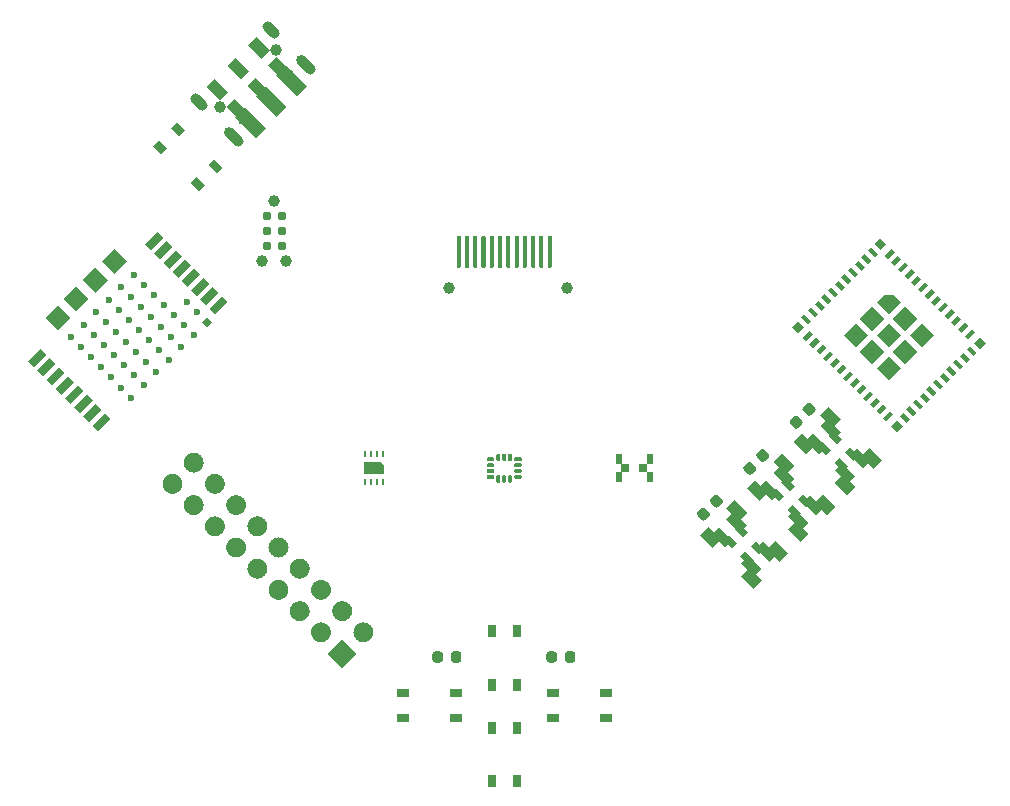
<source format=gts>
G04 #@! TF.GenerationSoftware,KiCad,Pcbnew,7.0.8-7.0.8~ubuntu23.04.1*
G04 #@! TF.CreationDate,2023-11-14T21:47:51+00:00*
G04 #@! TF.ProjectId,demo-badge-2023,64656d6f-2d62-4616-9467-652d32303233,1*
G04 #@! TF.SameCoordinates,Original*
G04 #@! TF.FileFunction,Soldermask,Top*
G04 #@! TF.FilePolarity,Negative*
%FSLAX46Y46*%
G04 Gerber Fmt 4.6, Leading zero omitted, Abs format (unit mm)*
G04 Created by KiCad (PCBNEW 7.0.8-7.0.8~ubuntu23.04.1) date 2023-11-14 21:47:51*
%MOMM*%
%LPD*%
G01*
G04 APERTURE LIST*
%ADD10R,0.711200X0.990600*%
%ADD11R,0.558800X0.889000*%
%ADD12C,1.000000*%
%ADD13R,0.800000X0.800000*%
%ADD14R,0.990600X0.711200*%
%ADD15C,0.600000*%
%ADD16C,0.990600*%
%ADD17C,0.787400*%
%ADD18C,0.900000*%
%ADD19R,0.250000X0.550000*%
G04 APERTURE END LIST*
G36*
G01*
X152025429Y-100648617D02*
X152378983Y-101002171D01*
G75*
G02*
X152378983Y-101320369I-159099J-159099D01*
G01*
X152060785Y-101638567D01*
G75*
G02*
X151742587Y-101638567I-159099J159099D01*
G01*
X151389033Y-101285013D01*
G75*
G02*
X151389033Y-100966815I159099J159099D01*
G01*
X151707231Y-100648617D01*
G75*
G02*
X152025429Y-100648617I159099J-159099D01*
G01*
G37*
G36*
G01*
X150929413Y-101744633D02*
X151282967Y-102098187D01*
G75*
G02*
X151282967Y-102416385I-159099J-159099D01*
G01*
X150964769Y-102734583D01*
G75*
G02*
X150646571Y-102734583I-159099J159099D01*
G01*
X150293017Y-102381029D01*
G75*
G02*
X150293017Y-102062831I159099J159099D01*
G01*
X150611215Y-101744633D01*
G75*
G02*
X150929413Y-101744633I159099J-159099D01*
G01*
G37*
G36*
X161361949Y-84366140D02*
G01*
X160796264Y-83800455D01*
X161079107Y-83517612D01*
X161644792Y-84083297D01*
X161361949Y-84366140D01*
G37*
G36*
X160796264Y-84931825D02*
G01*
X160230579Y-84366140D01*
X160513422Y-84083297D01*
X161079107Y-84648982D01*
X160796264Y-84931825D01*
G37*
G36*
X160230578Y-85497511D02*
G01*
X159664893Y-84931826D01*
X159947736Y-84648983D01*
X160513421Y-85214668D01*
X160230578Y-85497511D01*
G37*
G36*
X159664893Y-86063196D02*
G01*
X159099208Y-85497511D01*
X159382051Y-85214668D01*
X159947736Y-85780353D01*
X159664893Y-86063196D01*
G37*
G36*
X159099207Y-86628882D02*
G01*
X158533522Y-86063197D01*
X158816365Y-85780354D01*
X159382050Y-86346039D01*
X159099207Y-86628882D01*
G37*
G36*
X158533522Y-87194567D02*
G01*
X157967837Y-86628882D01*
X158250680Y-86346039D01*
X158816365Y-86911724D01*
X158533522Y-87194567D01*
G37*
G36*
X157967837Y-87760252D02*
G01*
X157402152Y-87194567D01*
X157684995Y-86911724D01*
X158250680Y-87477409D01*
X157967837Y-87760252D01*
G37*
G36*
X157402151Y-88325938D02*
G01*
X156836466Y-87760253D01*
X157119309Y-87477410D01*
X157684994Y-88043095D01*
X157402151Y-88325938D01*
G37*
G36*
X156836466Y-88891623D02*
G01*
X156270781Y-88325938D01*
X156553624Y-88043095D01*
X157119309Y-88608780D01*
X156836466Y-88891623D01*
G37*
G36*
X156270780Y-89457309D02*
G01*
X155705095Y-88891624D01*
X155987938Y-88608781D01*
X156553623Y-89174466D01*
X156270780Y-89457309D01*
G37*
G36*
X155705095Y-90022994D02*
G01*
X155139410Y-89457309D01*
X155422253Y-89174466D01*
X155987938Y-89740151D01*
X155705095Y-90022994D01*
G37*
G36*
X155280831Y-91154365D02*
G01*
X155846516Y-90588680D01*
X156129359Y-90871523D01*
X155563674Y-91437208D01*
X155280831Y-91154365D01*
G37*
G36*
X155846517Y-91720050D02*
G01*
X156412202Y-91154365D01*
X156695045Y-91437208D01*
X156129360Y-92002893D01*
X155846517Y-91720050D01*
G37*
G36*
X156412202Y-92285736D02*
G01*
X156977887Y-91720051D01*
X157260730Y-92002894D01*
X156695045Y-92568579D01*
X156412202Y-92285736D01*
G37*
G36*
X156977887Y-92851421D02*
G01*
X157543572Y-92285736D01*
X157826415Y-92568579D01*
X157260730Y-93134264D01*
X156977887Y-92851421D01*
G37*
G36*
X157543573Y-93417106D02*
G01*
X158109258Y-92851421D01*
X158392101Y-93134264D01*
X157826416Y-93699949D01*
X157543573Y-93417106D01*
G37*
G36*
X158109258Y-93982792D02*
G01*
X158674943Y-93417107D01*
X158957786Y-93699950D01*
X158392101Y-94265635D01*
X158109258Y-93982792D01*
G37*
G36*
X158674944Y-94548477D02*
G01*
X159240629Y-93982792D01*
X159523472Y-94265635D01*
X158957787Y-94831320D01*
X158674944Y-94548477D01*
G37*
G36*
X159240629Y-95114163D02*
G01*
X159806314Y-94548478D01*
X160089157Y-94831321D01*
X159523472Y-95397006D01*
X159240629Y-95114163D01*
G37*
G36*
X159806315Y-95679848D02*
G01*
X160372000Y-95114163D01*
X160654843Y-95397006D01*
X160089158Y-95962691D01*
X159806315Y-95679848D01*
G37*
G36*
X160372000Y-96245534D02*
G01*
X160937685Y-95679849D01*
X161220528Y-95962692D01*
X160654843Y-96528377D01*
X160372000Y-96245534D01*
G37*
G36*
X160937685Y-96811219D02*
G01*
X161503370Y-96245534D01*
X161786213Y-96528377D01*
X161220528Y-97094062D01*
X160937685Y-96811219D01*
G37*
G36*
X161503371Y-97376904D02*
G01*
X162069056Y-96811219D01*
X162351899Y-97094062D01*
X161786214Y-97659747D01*
X161503371Y-97376904D01*
G37*
G36*
X162069056Y-97942590D02*
G01*
X162634741Y-97376905D01*
X162917584Y-97659748D01*
X162351899Y-98225433D01*
X162069056Y-97942590D01*
G37*
G36*
X164048955Y-98366854D02*
G01*
X163483270Y-97801169D01*
X163766113Y-97518326D01*
X164331798Y-98084011D01*
X164048955Y-98366854D01*
G37*
G36*
X164614640Y-97801169D02*
G01*
X164048955Y-97235484D01*
X164331798Y-96952641D01*
X164897483Y-97518326D01*
X164614640Y-97801169D01*
G37*
G36*
X165180326Y-97235483D02*
G01*
X164614641Y-96669798D01*
X164897484Y-96386955D01*
X165463169Y-96952640D01*
X165180326Y-97235483D01*
G37*
G36*
X165746011Y-96669798D02*
G01*
X165180326Y-96104113D01*
X165463169Y-95821270D01*
X166028854Y-96386955D01*
X165746011Y-96669798D01*
G37*
G36*
X166311697Y-96104112D02*
G01*
X165746012Y-95538427D01*
X166028855Y-95255584D01*
X166594540Y-95821269D01*
X166311697Y-96104112D01*
G37*
G36*
X166877382Y-95538427D02*
G01*
X166311697Y-94972742D01*
X166594540Y-94689899D01*
X167160225Y-95255584D01*
X166877382Y-95538427D01*
G37*
G36*
X167443067Y-94972742D02*
G01*
X166877382Y-94407057D01*
X167160225Y-94124214D01*
X167725910Y-94689899D01*
X167443067Y-94972742D01*
G37*
G36*
X168008753Y-94407056D02*
G01*
X167443068Y-93841371D01*
X167725911Y-93558528D01*
X168291596Y-94124213D01*
X168008753Y-94407056D01*
G37*
G36*
X168574438Y-93841371D02*
G01*
X168008753Y-93275686D01*
X168291596Y-92992843D01*
X168857281Y-93558528D01*
X168574438Y-93841371D01*
G37*
G36*
X169140124Y-93275685D02*
G01*
X168574439Y-92710000D01*
X168857282Y-92427157D01*
X169422967Y-92992842D01*
X169140124Y-93275685D01*
G37*
G36*
X169705809Y-92710000D02*
G01*
X169140124Y-92144315D01*
X169422967Y-91861472D01*
X169988652Y-92427157D01*
X169705809Y-92710000D01*
G37*
G36*
X161856924Y-83729744D02*
G01*
X161361949Y-83234769D01*
X161856924Y-82739794D01*
X162351899Y-83234769D01*
X161856924Y-83729744D01*
G37*
G36*
X154856567Y-90730101D02*
G01*
X154361592Y-90235126D01*
X154856567Y-89740151D01*
X155351542Y-90235126D01*
X154856567Y-90730101D01*
G37*
G36*
X162210478Y-84224718D02*
G01*
X162776163Y-83659033D01*
X163059006Y-83941876D01*
X162493321Y-84507561D01*
X162210478Y-84224718D01*
G37*
G36*
X162776163Y-84790404D02*
G01*
X163341848Y-84224719D01*
X163624691Y-84507562D01*
X163059006Y-85073247D01*
X162776163Y-84790404D01*
G37*
G36*
X163341849Y-85356089D02*
G01*
X163907534Y-84790404D01*
X164190377Y-85073247D01*
X163624692Y-85638932D01*
X163341849Y-85356089D01*
G37*
G36*
X163907534Y-85921774D02*
G01*
X164473219Y-85356089D01*
X164756062Y-85638932D01*
X164190377Y-86204617D01*
X163907534Y-85921774D01*
G37*
G36*
X162564031Y-89174466D02*
G01*
X161538726Y-88149161D01*
X162139767Y-87548120D01*
X162988295Y-87548120D01*
X163589336Y-88149161D01*
X162564031Y-89174466D01*
G37*
G36*
X161167495Y-90571002D02*
G01*
X160142190Y-89545697D01*
X161167495Y-88520392D01*
X162192800Y-89545697D01*
X161167495Y-90571002D01*
G37*
G36*
X159770959Y-91967538D02*
G01*
X158745654Y-90942233D01*
X159770959Y-89916928D01*
X160796264Y-90942233D01*
X159770959Y-91967538D01*
G37*
G36*
X164473219Y-86487460D02*
G01*
X165038904Y-85921775D01*
X165321747Y-86204618D01*
X164756062Y-86770303D01*
X164473219Y-86487460D01*
G37*
G36*
X165038905Y-87053145D02*
G01*
X165604590Y-86487460D01*
X165887433Y-86770303D01*
X165321748Y-87335988D01*
X165038905Y-87053145D01*
G37*
G36*
X165604590Y-87618831D02*
G01*
X166170275Y-87053146D01*
X166453118Y-87335989D01*
X165887433Y-87901674D01*
X165604590Y-87618831D01*
G37*
G36*
X163960567Y-90571002D02*
G01*
X162935262Y-89545697D01*
X163960567Y-88520392D01*
X164985872Y-89545697D01*
X163960567Y-90571002D01*
G37*
G36*
X162564031Y-91967538D02*
G01*
X161538726Y-90942233D01*
X162564031Y-89916928D01*
X163589336Y-90942233D01*
X162564031Y-91967538D01*
G37*
G36*
X161167495Y-93364074D02*
G01*
X160142190Y-92338769D01*
X161167495Y-91313464D01*
X162192800Y-92338769D01*
X161167495Y-93364074D01*
G37*
G36*
X166170276Y-88184516D02*
G01*
X166735961Y-87618831D01*
X167018804Y-87901674D01*
X166453119Y-88467359D01*
X166170276Y-88184516D01*
G37*
G36*
X166735961Y-88750202D02*
G01*
X167301646Y-88184517D01*
X167584489Y-88467360D01*
X167018804Y-89033045D01*
X166735961Y-88750202D01*
G37*
G36*
X165357103Y-91967538D02*
G01*
X164331798Y-90942233D01*
X165357103Y-89916928D01*
X166382408Y-90942233D01*
X165357103Y-91967538D01*
G37*
G36*
X163960567Y-93364074D02*
G01*
X162935262Y-92338769D01*
X163960567Y-91313464D01*
X164985872Y-92338769D01*
X163960567Y-93364074D01*
G37*
G36*
X162564031Y-94760610D02*
G01*
X161538726Y-93735305D01*
X162564031Y-92710000D01*
X163589336Y-93735305D01*
X162564031Y-94760610D01*
G37*
G36*
X167301647Y-89315887D02*
G01*
X167867332Y-88750202D01*
X168150175Y-89033045D01*
X167584490Y-89598730D01*
X167301647Y-89315887D01*
G37*
G36*
X167867332Y-89881572D02*
G01*
X168433017Y-89315887D01*
X168715860Y-89598730D01*
X168150175Y-90164415D01*
X167867332Y-89881572D01*
G37*
G36*
X168433017Y-90447258D02*
G01*
X168998702Y-89881573D01*
X169281545Y-90164416D01*
X168715860Y-90730101D01*
X168433017Y-90447258D01*
G37*
G36*
X168998703Y-91012943D02*
G01*
X169564388Y-90447258D01*
X169847231Y-90730101D01*
X169281546Y-91295786D01*
X168998703Y-91012943D01*
G37*
G36*
X170271495Y-92144315D02*
G01*
X169776520Y-91649340D01*
X170271495Y-91154365D01*
X170766470Y-91649340D01*
X170271495Y-92144315D01*
G37*
G36*
X163271138Y-99144672D02*
G01*
X162776163Y-98649697D01*
X163271138Y-98154722D01*
X163766113Y-98649697D01*
X163271138Y-99144672D01*
G37*
G36*
X104629367Y-78279513D02*
G01*
X104126473Y-78782407D01*
X103426013Y-78081947D01*
X103928907Y-77579053D01*
X104629367Y-78279513D01*
G37*
G36*
X101447385Y-75097531D02*
G01*
X100944491Y-75600425D01*
X100244031Y-74899965D01*
X100746925Y-74397071D01*
X101447385Y-75097531D01*
G37*
G36*
X106149645Y-76759235D02*
G01*
X105646751Y-77262129D01*
X104946291Y-76561669D01*
X105449185Y-76058775D01*
X106149645Y-76759235D01*
G37*
G36*
X102967663Y-73577253D02*
G01*
X102464769Y-74080147D01*
X101764309Y-73379687D01*
X102267203Y-72876793D01*
X102967663Y-73577253D01*
G37*
D10*
X128925001Y-128697341D03*
X128925001Y-124197339D03*
X131074999Y-128697341D03*
X131074999Y-124197339D03*
G36*
G01*
X126373700Y-117945350D02*
X126373700Y-118457850D01*
G75*
G02*
X126154950Y-118676600I-218750J0D01*
G01*
X125717450Y-118676600D01*
G75*
G02*
X125498700Y-118457850I0J218750D01*
G01*
X125498700Y-117945350D01*
G75*
G02*
X125717450Y-117726600I218750J0D01*
G01*
X126154950Y-117726600D01*
G75*
G02*
X126373700Y-117945350I0J-218750D01*
G01*
G37*
G36*
G01*
X124798700Y-117945350D02*
X124798700Y-118457850D01*
G75*
G02*
X124579950Y-118676600I-218750J0D01*
G01*
X124142450Y-118676600D01*
G75*
G02*
X123923700Y-118457850I0J218750D01*
G01*
X123923700Y-117945350D01*
G75*
G02*
X124142450Y-117726600I218750J0D01*
G01*
X124579950Y-117726600D01*
G75*
G02*
X124798700Y-117945350I0J-218750D01*
G01*
G37*
G36*
X150583860Y-105972754D02*
G01*
X149876754Y-106679860D01*
X148816094Y-105619200D01*
X149523200Y-104912094D01*
X150583860Y-105972754D01*
G37*
G36*
X148816094Y-106538439D02*
G01*
X149417135Y-105937398D01*
X150548506Y-107068769D01*
X149947465Y-107669810D01*
X148816094Y-106538439D01*
G37*
G36*
X149487846Y-107351612D02*
G01*
X149912110Y-106927348D01*
X150619216Y-107634454D01*
X150194952Y-108058718D01*
X149487846Y-107351612D01*
G37*
G36*
X148321119Y-108235495D02*
G01*
X147614013Y-108942601D01*
X146553353Y-107881941D01*
X147260459Y-107174835D01*
X148321119Y-108235495D01*
G37*
G36*
X147578657Y-107775876D02*
G01*
X148179698Y-107174835D01*
X149311069Y-108306206D01*
X148710028Y-108907247D01*
X147578657Y-107775876D01*
G37*
G36*
X148568607Y-108270851D02*
G01*
X148992871Y-107846587D01*
X149699977Y-108553693D01*
X149275713Y-108977957D01*
X148568607Y-108270851D01*
G37*
G36*
X149982820Y-109685064D02*
G01*
X150407084Y-109260800D01*
X151114190Y-109967906D01*
X150689926Y-110392170D01*
X149982820Y-109685064D01*
G37*
G36*
X150053530Y-110250749D02*
G01*
X150654571Y-109649708D01*
X151785942Y-110781079D01*
X151184901Y-111382120D01*
X150053530Y-110250749D01*
G37*
G36*
X151785942Y-111700318D02*
G01*
X151078836Y-112407424D01*
X150018176Y-111346764D01*
X150725282Y-110639658D01*
X151785942Y-111700318D01*
G37*
G36*
X150902059Y-108765825D02*
G01*
X151326323Y-108341561D01*
X152033429Y-109048667D01*
X151609165Y-109472931D01*
X150902059Y-108765825D01*
G37*
G36*
X151290967Y-109013312D02*
G01*
X151892008Y-108412271D01*
X153023379Y-109543642D01*
X152422338Y-110144683D01*
X151290967Y-109013312D01*
G37*
G36*
X154048683Y-109437577D02*
G01*
X153341577Y-110144683D01*
X152280917Y-109084023D01*
X152988023Y-108376917D01*
X154048683Y-109437577D01*
G37*
D11*
X139679401Y-101466399D03*
X139679401Y-102966401D03*
X142320599Y-102966401D03*
X142320599Y-101466399D03*
D12*
X125300000Y-86998000D03*
X135300000Y-86998000D03*
G36*
G01*
X134025000Y-82610500D02*
X134025000Y-85185500D01*
G75*
G02*
X133937500Y-85273000I-87500J0D01*
G01*
X133762500Y-85273000D01*
G75*
G02*
X133675000Y-85185500I0J87500D01*
G01*
X133675000Y-82610500D01*
G75*
G02*
X133762500Y-82523000I87500J0D01*
G01*
X133937500Y-82523000D01*
G75*
G02*
X134025000Y-82610500I0J-87500D01*
G01*
G37*
G36*
G01*
X133325000Y-82610500D02*
X133325000Y-85185500D01*
G75*
G02*
X133237500Y-85273000I-87500J0D01*
G01*
X133062500Y-85273000D01*
G75*
G02*
X132975000Y-85185500I0J87500D01*
G01*
X132975000Y-82610500D01*
G75*
G02*
X133062500Y-82523000I87500J0D01*
G01*
X133237500Y-82523000D01*
G75*
G02*
X133325000Y-82610500I0J-87500D01*
G01*
G37*
G36*
G01*
X132625000Y-82610500D02*
X132625000Y-85185500D01*
G75*
G02*
X132537500Y-85273000I-87500J0D01*
G01*
X132362500Y-85273000D01*
G75*
G02*
X132275000Y-85185500I0J87500D01*
G01*
X132275000Y-82610500D01*
G75*
G02*
X132362500Y-82523000I87500J0D01*
G01*
X132537500Y-82523000D01*
G75*
G02*
X132625000Y-82610500I0J-87500D01*
G01*
G37*
G36*
G01*
X131925000Y-82610500D02*
X131925000Y-85185500D01*
G75*
G02*
X131837500Y-85273000I-87500J0D01*
G01*
X131662500Y-85273000D01*
G75*
G02*
X131575000Y-85185500I0J87500D01*
G01*
X131575000Y-82610500D01*
G75*
G02*
X131662500Y-82523000I87500J0D01*
G01*
X131837500Y-82523000D01*
G75*
G02*
X131925000Y-82610500I0J-87500D01*
G01*
G37*
G36*
G01*
X131225000Y-82610500D02*
X131225000Y-85185500D01*
G75*
G02*
X131137500Y-85273000I-87500J0D01*
G01*
X130962500Y-85273000D01*
G75*
G02*
X130875000Y-85185500I0J87500D01*
G01*
X130875000Y-82610500D01*
G75*
G02*
X130962500Y-82523000I87500J0D01*
G01*
X131137500Y-82523000D01*
G75*
G02*
X131225000Y-82610500I0J-87500D01*
G01*
G37*
G36*
G01*
X130525000Y-82610500D02*
X130525000Y-85185500D01*
G75*
G02*
X130437500Y-85273000I-87500J0D01*
G01*
X130262500Y-85273000D01*
G75*
G02*
X130175000Y-85185500I0J87500D01*
G01*
X130175000Y-82610500D01*
G75*
G02*
X130262500Y-82523000I87500J0D01*
G01*
X130437500Y-82523000D01*
G75*
G02*
X130525000Y-82610500I0J-87500D01*
G01*
G37*
G36*
G01*
X129825000Y-82610500D02*
X129825000Y-85185500D01*
G75*
G02*
X129737500Y-85273000I-87500J0D01*
G01*
X129562500Y-85273000D01*
G75*
G02*
X129475000Y-85185500I0J87500D01*
G01*
X129475000Y-82610500D01*
G75*
G02*
X129562500Y-82523000I87500J0D01*
G01*
X129737500Y-82523000D01*
G75*
G02*
X129825000Y-82610500I0J-87500D01*
G01*
G37*
G36*
G01*
X129125000Y-82610500D02*
X129125000Y-85185500D01*
G75*
G02*
X129037500Y-85273000I-87500J0D01*
G01*
X128862500Y-85273000D01*
G75*
G02*
X128775000Y-85185500I0J87500D01*
G01*
X128775000Y-82610500D01*
G75*
G02*
X128862500Y-82523000I87500J0D01*
G01*
X129037500Y-82523000D01*
G75*
G02*
X129125000Y-82610500I0J-87500D01*
G01*
G37*
G36*
G01*
X128425000Y-82610500D02*
X128425000Y-85185500D01*
G75*
G02*
X128337500Y-85273000I-87500J0D01*
G01*
X128162500Y-85273000D01*
G75*
G02*
X128075000Y-85185500I0J87500D01*
G01*
X128075000Y-82610500D01*
G75*
G02*
X128162500Y-82523000I87500J0D01*
G01*
X128337500Y-82523000D01*
G75*
G02*
X128425000Y-82610500I0J-87500D01*
G01*
G37*
G36*
G01*
X127725000Y-82610500D02*
X127725000Y-85185500D01*
G75*
G02*
X127637500Y-85273000I-87500J0D01*
G01*
X127462500Y-85273000D01*
G75*
G02*
X127375000Y-85185500I0J87500D01*
G01*
X127375000Y-82610500D01*
G75*
G02*
X127462500Y-82523000I87500J0D01*
G01*
X127637500Y-82523000D01*
G75*
G02*
X127725000Y-82610500I0J-87500D01*
G01*
G37*
G36*
G01*
X127025000Y-82610500D02*
X127025000Y-85185500D01*
G75*
G02*
X126937500Y-85273000I-87500J0D01*
G01*
X126762500Y-85273000D01*
G75*
G02*
X126675000Y-85185500I0J87500D01*
G01*
X126675000Y-82610500D01*
G75*
G02*
X126762500Y-82523000I87500J0D01*
G01*
X126937500Y-82523000D01*
G75*
G02*
X127025000Y-82610500I0J-87500D01*
G01*
G37*
G36*
G01*
X126325000Y-82610500D02*
X126325000Y-85185500D01*
G75*
G02*
X126237500Y-85273000I-87500J0D01*
G01*
X126062500Y-85273000D01*
G75*
G02*
X125975000Y-85185500I0J87500D01*
G01*
X125975000Y-82610500D01*
G75*
G02*
X126062500Y-82523000I87500J0D01*
G01*
X126237500Y-82523000D01*
G75*
G02*
X126325000Y-82610500I0J-87500D01*
G01*
G37*
G36*
X154563136Y-102024264D02*
G01*
X153856030Y-102731370D01*
X152795370Y-101670710D01*
X153502476Y-100963604D01*
X154563136Y-102024264D01*
G37*
G36*
X152795370Y-102589949D02*
G01*
X153396411Y-101988908D01*
X154527782Y-103120279D01*
X153926741Y-103721320D01*
X152795370Y-102589949D01*
G37*
G36*
X153467122Y-103403122D02*
G01*
X153891386Y-102978858D01*
X154598492Y-103685964D01*
X154174228Y-104110228D01*
X153467122Y-103403122D01*
G37*
G36*
X152300395Y-104287005D02*
G01*
X151593289Y-104994111D01*
X150532629Y-103933451D01*
X151239735Y-103226345D01*
X152300395Y-104287005D01*
G37*
G36*
X151557933Y-103827386D02*
G01*
X152158974Y-103226345D01*
X153290345Y-104357716D01*
X152689304Y-104958757D01*
X151557933Y-103827386D01*
G37*
G36*
X152547883Y-104322361D02*
G01*
X152972147Y-103898097D01*
X153679253Y-104605203D01*
X153254989Y-105029467D01*
X152547883Y-104322361D01*
G37*
G36*
X153962096Y-105736574D02*
G01*
X154386360Y-105312310D01*
X155093466Y-106019416D01*
X154669202Y-106443680D01*
X153962096Y-105736574D01*
G37*
G36*
X154032806Y-106302259D02*
G01*
X154633847Y-105701218D01*
X155765218Y-106832589D01*
X155164177Y-107433630D01*
X154032806Y-106302259D01*
G37*
G36*
X155765218Y-107751828D02*
G01*
X155058112Y-108458934D01*
X153997452Y-107398274D01*
X154704558Y-106691168D01*
X155765218Y-107751828D01*
G37*
G36*
X154881335Y-104817335D02*
G01*
X155305599Y-104393071D01*
X156012705Y-105100177D01*
X155588441Y-105524441D01*
X154881335Y-104817335D01*
G37*
G36*
X155270243Y-105064822D02*
G01*
X155871284Y-104463781D01*
X157002655Y-105595152D01*
X156401614Y-106196193D01*
X155270243Y-105064822D01*
G37*
G36*
X158027959Y-105489087D02*
G01*
X157320853Y-106196193D01*
X156260193Y-105135533D01*
X156967299Y-104428427D01*
X158027959Y-105489087D01*
G37*
D13*
X141750000Y-102216400D03*
X140250000Y-102216400D03*
G36*
G01*
X148113829Y-104509417D02*
X148467383Y-104862971D01*
G75*
G02*
X148467383Y-105181169I-159099J-159099D01*
G01*
X148149185Y-105499367D01*
G75*
G02*
X147830987Y-105499367I-159099J159099D01*
G01*
X147477433Y-105145813D01*
G75*
G02*
X147477433Y-104827615I159099J159099D01*
G01*
X147795631Y-104509417D01*
G75*
G02*
X148113829Y-104509417I159099J-159099D01*
G01*
G37*
G36*
G01*
X147017813Y-105605433D02*
X147371367Y-105958987D01*
G75*
G02*
X147371367Y-106277185I-159099J-159099D01*
G01*
X147053169Y-106595383D01*
G75*
G02*
X146734971Y-106595383I-159099J159099D01*
G01*
X146381417Y-106241829D01*
G75*
G02*
X146381417Y-105923631I159099J159099D01*
G01*
X146699615Y-105605433D01*
G75*
G02*
X147017813Y-105605433I159099J-159099D01*
G01*
G37*
G36*
X158536201Y-98071213D02*
G01*
X157829095Y-98778319D01*
X156768435Y-97717659D01*
X157475541Y-97010553D01*
X158536201Y-98071213D01*
G37*
G36*
X156768435Y-98636898D02*
G01*
X157369476Y-98035857D01*
X158500847Y-99167228D01*
X157899806Y-99768269D01*
X156768435Y-98636898D01*
G37*
G36*
X157440187Y-99450071D02*
G01*
X157864451Y-99025807D01*
X158571557Y-99732913D01*
X158147293Y-100157177D01*
X157440187Y-99450071D01*
G37*
G36*
X156273460Y-100333954D02*
G01*
X155566354Y-101041060D01*
X154505694Y-99980400D01*
X155212800Y-99273294D01*
X156273460Y-100333954D01*
G37*
G36*
X155530998Y-99874335D02*
G01*
X156132039Y-99273294D01*
X157263410Y-100404665D01*
X156662369Y-101005706D01*
X155530998Y-99874335D01*
G37*
G36*
X156520948Y-100369310D02*
G01*
X156945212Y-99945046D01*
X157652318Y-100652152D01*
X157228054Y-101076416D01*
X156520948Y-100369310D01*
G37*
G36*
X157935161Y-101783523D02*
G01*
X158359425Y-101359259D01*
X159066531Y-102066365D01*
X158642267Y-102490629D01*
X157935161Y-101783523D01*
G37*
G36*
X158005871Y-102349208D02*
G01*
X158606912Y-101748167D01*
X159738283Y-102879538D01*
X159137242Y-103480579D01*
X158005871Y-102349208D01*
G37*
G36*
X159738283Y-103798777D02*
G01*
X159031177Y-104505883D01*
X157970517Y-103445223D01*
X158677623Y-102738117D01*
X159738283Y-103798777D01*
G37*
G36*
X158854400Y-100864284D02*
G01*
X159278664Y-100440020D01*
X159985770Y-101147126D01*
X159561506Y-101571390D01*
X158854400Y-100864284D01*
G37*
G36*
X159243308Y-101111771D02*
G01*
X159844349Y-100510730D01*
X160975720Y-101642101D01*
X160374679Y-102243142D01*
X159243308Y-101111771D01*
G37*
G36*
X162001024Y-101536036D02*
G01*
X161293918Y-102243142D01*
X160233258Y-101182482D01*
X160940364Y-100475376D01*
X162001024Y-101536036D01*
G37*
G36*
G01*
X133575700Y-118457850D02*
X133575700Y-117945350D01*
G75*
G02*
X133794450Y-117726600I218750J0D01*
G01*
X134231950Y-117726600D01*
G75*
G02*
X134450700Y-117945350I0J-218750D01*
G01*
X134450700Y-118457850D01*
G75*
G02*
X134231950Y-118676600I-218750J0D01*
G01*
X133794450Y-118676600D01*
G75*
G02*
X133575700Y-118457850I0J218750D01*
G01*
G37*
G36*
G01*
X135150700Y-118457850D02*
X135150700Y-117945350D01*
G75*
G02*
X135369450Y-117726600I218750J0D01*
G01*
X135806950Y-117726600D01*
G75*
G02*
X136025700Y-117945350I0J-218750D01*
G01*
X136025700Y-118457850D01*
G75*
G02*
X135806950Y-118676600I-218750J0D01*
G01*
X135369450Y-118676600D01*
G75*
G02*
X135150700Y-118457850I0J218750D01*
G01*
G37*
D14*
X121399999Y-121249342D03*
X125900001Y-121249342D03*
X121399999Y-123399340D03*
X125900001Y-123399340D03*
D10*
X128925001Y-120533342D03*
X128925001Y-116033340D03*
X131074999Y-120533342D03*
X131074999Y-116033340D03*
G36*
X90761322Y-92098662D02*
G01*
X91256296Y-92593636D01*
X90195636Y-93654296D01*
X89700662Y-93159322D01*
X90761322Y-92098662D01*
G37*
G36*
X90973326Y-94431986D02*
G01*
X90478352Y-93937012D01*
X91539012Y-92876352D01*
X92033986Y-93371326D01*
X90973326Y-94431986D01*
G37*
G36*
X91751016Y-95209676D02*
G01*
X91256042Y-94714702D01*
X92316702Y-93654042D01*
X92811676Y-94149016D01*
X91751016Y-95209676D01*
G37*
G36*
X92528706Y-95987366D02*
G01*
X92033732Y-95492392D01*
X93094392Y-94431732D01*
X93589366Y-94926706D01*
X92528706Y-95987366D01*
G37*
G36*
X93305887Y-96764547D02*
G01*
X92810913Y-96269573D01*
X93871573Y-95208913D01*
X94366547Y-95703887D01*
X93305887Y-96764547D01*
G37*
G36*
X94084086Y-97542746D02*
G01*
X93589112Y-97047772D01*
X94649772Y-95987112D01*
X95144746Y-96482086D01*
X94084086Y-97542746D01*
G37*
G36*
X94861777Y-98320437D02*
G01*
X94366803Y-97825463D01*
X95427463Y-96764803D01*
X95922437Y-97259777D01*
X94861777Y-98320437D01*
G37*
G36*
X95639467Y-99098127D02*
G01*
X95144493Y-98603153D01*
X96205153Y-97542493D01*
X96700127Y-98037467D01*
X95639467Y-99098127D01*
G37*
G36*
X105538962Y-89198632D02*
G01*
X105043988Y-88703658D01*
X106104648Y-87642998D01*
X106599622Y-88137972D01*
X105538962Y-89198632D01*
G37*
G36*
X104761272Y-88420942D02*
G01*
X104266298Y-87925968D01*
X105326958Y-86865308D01*
X105821932Y-87360282D01*
X104761272Y-88420942D01*
G37*
G36*
X103983581Y-87643252D02*
G01*
X103488607Y-87148278D01*
X104549267Y-86087618D01*
X105044241Y-86582592D01*
X103983581Y-87643252D01*
G37*
G36*
X103205382Y-86865052D02*
G01*
X102710408Y-86370078D01*
X103771068Y-85309418D01*
X104266042Y-85804392D01*
X103205382Y-86865052D01*
G37*
G36*
X102428201Y-86087871D02*
G01*
X101933227Y-85592897D01*
X102993887Y-84532237D01*
X103488861Y-85027211D01*
X102428201Y-86087871D01*
G37*
G36*
X101650511Y-85310181D02*
G01*
X101155537Y-84815207D01*
X102216197Y-83754547D01*
X102711171Y-84249521D01*
X101650511Y-85310181D01*
G37*
G36*
X100872821Y-84532491D02*
G01*
X100377847Y-84037517D01*
X101438507Y-82976857D01*
X101933481Y-83471831D01*
X100872821Y-84532491D01*
G37*
G36*
X100095130Y-83754801D02*
G01*
X99600156Y-83259827D01*
X100660816Y-82199167D01*
X101155790Y-82694141D01*
X100095130Y-83754801D01*
G37*
D15*
X94401903Y-90082389D03*
X95250431Y-90930917D03*
X96098959Y-91779445D03*
X96947487Y-92627973D03*
X97796016Y-93476501D03*
X98644544Y-94325029D03*
X99493072Y-95173557D03*
X95462563Y-89021728D03*
X96311091Y-89870257D03*
X97159619Y-90718785D03*
X98008148Y-91567313D03*
X98856676Y-92415841D03*
X99705204Y-93264369D03*
X100553732Y-94112897D03*
X96523223Y-87961068D03*
X97371751Y-88809596D03*
X98220280Y-89658124D03*
X99068808Y-90506653D03*
X99917336Y-91355181D03*
X100765864Y-92203709D03*
X101614392Y-93052237D03*
X97583883Y-86900408D03*
X98432412Y-87748936D03*
X99280940Y-88597464D03*
X100129468Y-89445992D03*
X100977996Y-90294521D03*
X101826524Y-91143049D03*
X102675052Y-91991577D03*
X98644544Y-85839748D03*
X99493072Y-86688276D03*
X100341600Y-87536804D03*
X101190128Y-88385332D03*
X102038656Y-89233860D03*
X102887184Y-90082389D03*
X103735712Y-90930917D03*
G36*
X92192194Y-90524330D02*
G01*
X91131534Y-89463670D01*
X92192194Y-88403010D01*
X93252854Y-89463670D01*
X92192194Y-90524330D01*
G37*
G36*
X93783185Y-88933340D02*
G01*
X92722525Y-87872680D01*
X93783185Y-86812020D01*
X94843845Y-87872680D01*
X93783185Y-88933340D01*
G37*
G36*
X95374175Y-87342350D02*
G01*
X94313515Y-86281690D01*
X95374175Y-85221030D01*
X96434835Y-86281690D01*
X95374175Y-87342350D01*
G37*
G36*
X96965165Y-85751359D02*
G01*
X95904505Y-84690699D01*
X96965165Y-83630039D01*
X98025825Y-84690699D01*
X96965165Y-85751359D01*
G37*
X103099316Y-88173200D03*
X103947845Y-89021728D03*
G36*
X104796373Y-90294521D02*
G01*
X104372109Y-89870257D01*
X104796373Y-89445993D01*
X105220637Y-89870257D01*
X104796373Y-90294521D01*
G37*
X93341243Y-91143049D03*
X94189771Y-91991577D03*
X95038299Y-92840105D03*
X95886827Y-93688633D03*
X96735355Y-94537161D03*
X97583883Y-95385689D03*
X98432412Y-96234218D03*
D16*
X110516000Y-79568000D03*
X111532000Y-84648000D03*
X109500000Y-84648000D03*
D17*
X109881000Y-80838000D03*
X111151000Y-80838000D03*
X109881000Y-82108000D03*
X111151000Y-82108000D03*
X109881000Y-83378000D03*
X111151000Y-83378000D03*
D18*
X110712563Y-66826237D03*
X105904237Y-71634563D03*
G36*
X110005456Y-68099029D02*
G01*
X110712563Y-67391922D01*
X111843934Y-68523293D01*
X111136827Y-69230400D01*
X110005456Y-68099029D01*
G37*
G36*
X108237689Y-69866796D02*
G01*
X108944796Y-69159689D01*
X110076167Y-70291060D01*
X109369060Y-70998167D01*
X108237689Y-69866796D01*
G37*
G36*
X106469922Y-71634563D02*
G01*
X107177029Y-70927456D01*
X108308400Y-72058827D01*
X107601293Y-72765934D01*
X106469922Y-71634563D01*
G37*
G36*
X108308400Y-66401973D02*
G01*
X109015507Y-65694866D01*
X110146878Y-66826237D01*
X109439771Y-67533344D01*
X108308400Y-66401973D01*
G37*
G36*
X106540633Y-68169740D02*
G01*
X107247740Y-67462633D01*
X108379111Y-68594004D01*
X107672004Y-69301111D01*
X106540633Y-68169740D01*
G37*
G36*
X104772866Y-69937507D02*
G01*
X105479973Y-69230400D01*
X106611344Y-70361771D01*
X105904237Y-71068878D01*
X104772866Y-69937507D01*
G37*
D12*
X110713586Y-66822326D03*
X105905260Y-71630652D03*
G36*
X111562115Y-68095118D02*
G01*
X113329882Y-69862885D01*
X112481353Y-70711414D01*
X110713586Y-68943647D01*
X111562115Y-68095118D01*
G37*
G36*
X109794348Y-69862885D02*
G01*
X111562115Y-71630652D01*
X110713586Y-72479181D01*
X108945819Y-70711414D01*
X109794348Y-69862885D01*
G37*
G36*
X108026581Y-71630652D02*
G01*
X109794348Y-73398419D01*
X108945819Y-74246948D01*
X107178052Y-72479181D01*
X108026581Y-71630652D01*
G37*
G36*
G01*
X155937029Y-96737017D02*
X156290583Y-97090571D01*
G75*
G02*
X156290583Y-97408769I-159099J-159099D01*
G01*
X155972385Y-97726967D01*
G75*
G02*
X155654187Y-97726967I-159099J159099D01*
G01*
X155300633Y-97373413D01*
G75*
G02*
X155300633Y-97055215I159099J159099D01*
G01*
X155618831Y-96737017D01*
G75*
G02*
X155937029Y-96737017I159099J-159099D01*
G01*
G37*
G36*
G01*
X154841013Y-97833033D02*
X155194567Y-98186587D01*
G75*
G02*
X155194567Y-98504785I-159099J-159099D01*
G01*
X154876369Y-98822983D01*
G75*
G02*
X154558171Y-98822983I-159099J159099D01*
G01*
X154204617Y-98469429D01*
G75*
G02*
X154204617Y-98151231I159099J159099D01*
G01*
X154522815Y-97833033D01*
G75*
G02*
X154841013Y-97833033I159099J-159099D01*
G01*
G37*
D14*
X134099999Y-121249342D03*
X138600001Y-121249342D03*
X134099999Y-123399340D03*
X138600001Y-123399340D03*
D19*
X119750000Y-101041400D03*
X119250000Y-101041400D03*
X118750000Y-101041400D03*
X118250000Y-101041400D03*
X118250000Y-103391400D03*
X118750000Y-103391400D03*
X119250000Y-103391400D03*
X119750000Y-103391400D03*
G36*
X118150000Y-102716400D02*
G01*
X118150000Y-101716400D01*
X119550000Y-101716400D01*
X119850000Y-102016400D01*
X119850000Y-102716400D01*
X118150000Y-102716400D01*
G37*
G36*
G01*
X128525000Y-101553900D02*
X128525000Y-101378900D01*
G75*
G02*
X128612500Y-101291400I87500J0D01*
G01*
X129062500Y-101291400D01*
G75*
G02*
X129150000Y-101378900I0J-87500D01*
G01*
X129150000Y-101553900D01*
G75*
G02*
X129062500Y-101641400I-87500J0D01*
G01*
X128612500Y-101641400D01*
G75*
G02*
X128525000Y-101553900I0J87500D01*
G01*
G37*
G36*
G01*
X128525000Y-102053900D02*
X128525000Y-101878900D01*
G75*
G02*
X128612500Y-101791400I87500J0D01*
G01*
X129062500Y-101791400D01*
G75*
G02*
X129150000Y-101878900I0J-87500D01*
G01*
X129150000Y-102053900D01*
G75*
G02*
X129062500Y-102141400I-87500J0D01*
G01*
X128612500Y-102141400D01*
G75*
G02*
X128525000Y-102053900I0J87500D01*
G01*
G37*
G36*
G01*
X128525000Y-102553900D02*
X128525000Y-102378900D01*
G75*
G02*
X128612500Y-102291400I87500J0D01*
G01*
X129062500Y-102291400D01*
G75*
G02*
X129150000Y-102378900I0J-87500D01*
G01*
X129150000Y-102553900D01*
G75*
G02*
X129062500Y-102641400I-87500J0D01*
G01*
X128612500Y-102641400D01*
G75*
G02*
X128525000Y-102553900I0J87500D01*
G01*
G37*
G36*
G01*
X128525000Y-103053900D02*
X128525000Y-102878900D01*
G75*
G02*
X128612500Y-102791400I87500J0D01*
G01*
X129062500Y-102791400D01*
G75*
G02*
X129150000Y-102878900I0J-87500D01*
G01*
X129150000Y-103053900D01*
G75*
G02*
X129062500Y-103141400I-87500J0D01*
G01*
X128612500Y-103141400D01*
G75*
G02*
X128525000Y-103053900I0J87500D01*
G01*
G37*
G36*
G01*
X129325000Y-103353900D02*
X129325000Y-102903900D01*
G75*
G02*
X129412500Y-102816400I87500J0D01*
G01*
X129587500Y-102816400D01*
G75*
G02*
X129675000Y-102903900I0J-87500D01*
G01*
X129675000Y-103353900D01*
G75*
G02*
X129587500Y-103441400I-87500J0D01*
G01*
X129412500Y-103441400D01*
G75*
G02*
X129325000Y-103353900I0J87500D01*
G01*
G37*
G36*
G01*
X129825000Y-103353900D02*
X129825000Y-102903900D01*
G75*
G02*
X129912500Y-102816400I87500J0D01*
G01*
X130087500Y-102816400D01*
G75*
G02*
X130175000Y-102903900I0J-87500D01*
G01*
X130175000Y-103353900D01*
G75*
G02*
X130087500Y-103441400I-87500J0D01*
G01*
X129912500Y-103441400D01*
G75*
G02*
X129825000Y-103353900I0J87500D01*
G01*
G37*
G36*
G01*
X130325000Y-103353900D02*
X130325000Y-102903900D01*
G75*
G02*
X130412500Y-102816400I87500J0D01*
G01*
X130587500Y-102816400D01*
G75*
G02*
X130675000Y-102903900I0J-87500D01*
G01*
X130675000Y-103353900D01*
G75*
G02*
X130587500Y-103441400I-87500J0D01*
G01*
X130412500Y-103441400D01*
G75*
G02*
X130325000Y-103353900I0J87500D01*
G01*
G37*
G36*
G01*
X130850000Y-103053900D02*
X130850000Y-102878900D01*
G75*
G02*
X130937500Y-102791400I87500J0D01*
G01*
X131387500Y-102791400D01*
G75*
G02*
X131475000Y-102878900I0J-87500D01*
G01*
X131475000Y-103053900D01*
G75*
G02*
X131387500Y-103141400I-87500J0D01*
G01*
X130937500Y-103141400D01*
G75*
G02*
X130850000Y-103053900I0J87500D01*
G01*
G37*
G36*
G01*
X130850000Y-102553900D02*
X130850000Y-102378900D01*
G75*
G02*
X130937500Y-102291400I87500J0D01*
G01*
X131387500Y-102291400D01*
G75*
G02*
X131475000Y-102378900I0J-87500D01*
G01*
X131475000Y-102553900D01*
G75*
G02*
X131387500Y-102641400I-87500J0D01*
G01*
X130937500Y-102641400D01*
G75*
G02*
X130850000Y-102553900I0J87500D01*
G01*
G37*
G36*
G01*
X130850000Y-102053900D02*
X130850000Y-101878900D01*
G75*
G02*
X130937500Y-101791400I87500J0D01*
G01*
X131387500Y-101791400D01*
G75*
G02*
X131475000Y-101878900I0J-87500D01*
G01*
X131475000Y-102053900D01*
G75*
G02*
X131387500Y-102141400I-87500J0D01*
G01*
X130937500Y-102141400D01*
G75*
G02*
X130850000Y-102053900I0J87500D01*
G01*
G37*
G36*
G01*
X130850000Y-101553900D02*
X130850000Y-101378900D01*
G75*
G02*
X130937500Y-101291400I87500J0D01*
G01*
X131387500Y-101291400D01*
G75*
G02*
X131475000Y-101378900I0J-87500D01*
G01*
X131475000Y-101553900D01*
G75*
G02*
X131387500Y-101641400I-87500J0D01*
G01*
X130937500Y-101641400D01*
G75*
G02*
X130850000Y-101553900I0J87500D01*
G01*
G37*
G36*
G01*
X130325000Y-101528900D02*
X130325000Y-101078900D01*
G75*
G02*
X130412500Y-100991400I87500J0D01*
G01*
X130587500Y-100991400D01*
G75*
G02*
X130675000Y-101078900I0J-87500D01*
G01*
X130675000Y-101528900D01*
G75*
G02*
X130587500Y-101616400I-87500J0D01*
G01*
X130412500Y-101616400D01*
G75*
G02*
X130325000Y-101528900I0J87500D01*
G01*
G37*
G36*
G01*
X129825000Y-101528900D02*
X129825000Y-101078900D01*
G75*
G02*
X129912500Y-100991400I87500J0D01*
G01*
X130087500Y-100991400D01*
G75*
G02*
X130175000Y-101078900I0J-87500D01*
G01*
X130175000Y-101528900D01*
G75*
G02*
X130087500Y-101616400I-87500J0D01*
G01*
X129912500Y-101616400D01*
G75*
G02*
X129825000Y-101528900I0J87500D01*
G01*
G37*
G36*
G01*
X129325000Y-101528900D02*
X129325000Y-101078900D01*
G75*
G02*
X129412500Y-100991400I87500J0D01*
G01*
X129587500Y-100991400D01*
G75*
G02*
X129675000Y-101078900I0J-87500D01*
G01*
X129675000Y-101528900D01*
G75*
G02*
X129587500Y-101616400I-87500J0D01*
G01*
X129412500Y-101616400D01*
G75*
G02*
X129325000Y-101528900I0J87500D01*
G01*
G37*
G36*
X116280256Y-119114543D02*
G01*
X115078174Y-117912461D01*
X116280256Y-116710379D01*
X117482338Y-117912461D01*
X116280256Y-119114543D01*
G37*
G36*
G01*
X117475266Y-116717451D02*
X117475266Y-116717451D01*
G75*
G02*
X117475266Y-115515369I601041J601041D01*
G01*
X117475266Y-115515369D01*
G75*
G02*
X118677348Y-115515369I601041J-601041D01*
G01*
X118677348Y-115515369D01*
G75*
G02*
X118677348Y-116717451I-601041J-601041D01*
G01*
X118677348Y-116717451D01*
G75*
G02*
X117475266Y-116717451I-601041J601041D01*
G01*
G37*
G36*
G01*
X113883164Y-116717451D02*
X113883164Y-116717451D01*
G75*
G02*
X113883164Y-115515369I601041J601041D01*
G01*
X113883164Y-115515369D01*
G75*
G02*
X115085246Y-115515369I601041J-601041D01*
G01*
X115085246Y-115515369D01*
G75*
G02*
X115085246Y-116717451I-601041J-601041D01*
G01*
X115085246Y-116717451D01*
G75*
G02*
X113883164Y-116717451I-601041J601041D01*
G01*
G37*
G36*
G01*
X115679215Y-114921400D02*
X115679215Y-114921400D01*
G75*
G02*
X115679215Y-113719318I601041J601041D01*
G01*
X115679215Y-113719318D01*
G75*
G02*
X116881297Y-113719318I601041J-601041D01*
G01*
X116881297Y-113719318D01*
G75*
G02*
X116881297Y-114921400I-601041J-601041D01*
G01*
X116881297Y-114921400D01*
G75*
G02*
X115679215Y-114921400I-601041J601041D01*
G01*
G37*
G36*
G01*
X112087113Y-114921400D02*
X112087113Y-114921400D01*
G75*
G02*
X112087113Y-113719318I601041J601041D01*
G01*
X112087113Y-113719318D01*
G75*
G02*
X113289195Y-113719318I601041J-601041D01*
G01*
X113289195Y-113719318D01*
G75*
G02*
X113289195Y-114921400I-601041J-601041D01*
G01*
X113289195Y-114921400D01*
G75*
G02*
X112087113Y-114921400I-601041J601041D01*
G01*
G37*
G36*
G01*
X113883164Y-113125348D02*
X113883164Y-113125348D01*
G75*
G02*
X113883164Y-111923266I601041J601041D01*
G01*
X113883164Y-111923266D01*
G75*
G02*
X115085246Y-111923266I601041J-601041D01*
G01*
X115085246Y-111923266D01*
G75*
G02*
X115085246Y-113125348I-601041J-601041D01*
G01*
X115085246Y-113125348D01*
G75*
G02*
X113883164Y-113125348I-601041J601041D01*
G01*
G37*
G36*
G01*
X110291061Y-113125348D02*
X110291061Y-113125348D01*
G75*
G02*
X110291061Y-111923266I601041J601041D01*
G01*
X110291061Y-111923266D01*
G75*
G02*
X111493143Y-111923266I601041J-601041D01*
G01*
X111493143Y-111923266D01*
G75*
G02*
X111493143Y-113125348I-601041J-601041D01*
G01*
X111493143Y-113125348D01*
G75*
G02*
X110291061Y-113125348I-601041J601041D01*
G01*
G37*
G36*
G01*
X112087113Y-111329297D02*
X112087113Y-111329297D01*
G75*
G02*
X112087113Y-110127215I601041J601041D01*
G01*
X112087113Y-110127215D01*
G75*
G02*
X113289195Y-110127215I601041J-601041D01*
G01*
X113289195Y-110127215D01*
G75*
G02*
X113289195Y-111329297I-601041J-601041D01*
G01*
X113289195Y-111329297D01*
G75*
G02*
X112087113Y-111329297I-601041J601041D01*
G01*
G37*
G36*
G01*
X108495010Y-111329297D02*
X108495010Y-111329297D01*
G75*
G02*
X108495010Y-110127215I601041J601041D01*
G01*
X108495010Y-110127215D01*
G75*
G02*
X109697092Y-110127215I601041J-601041D01*
G01*
X109697092Y-110127215D01*
G75*
G02*
X109697092Y-111329297I-601041J-601041D01*
G01*
X109697092Y-111329297D01*
G75*
G02*
X108495010Y-111329297I-601041J601041D01*
G01*
G37*
G36*
G01*
X110291061Y-109533246D02*
X110291061Y-109533246D01*
G75*
G02*
X110291061Y-108331164I601041J601041D01*
G01*
X110291061Y-108331164D01*
G75*
G02*
X111493143Y-108331164I601041J-601041D01*
G01*
X111493143Y-108331164D01*
G75*
G02*
X111493143Y-109533246I-601041J-601041D01*
G01*
X111493143Y-109533246D01*
G75*
G02*
X110291061Y-109533246I-601041J601041D01*
G01*
G37*
G36*
G01*
X106698959Y-109533246D02*
X106698959Y-109533246D01*
G75*
G02*
X106698959Y-108331164I601041J601041D01*
G01*
X106698959Y-108331164D01*
G75*
G02*
X107901041Y-108331164I601041J-601041D01*
G01*
X107901041Y-108331164D01*
G75*
G02*
X107901041Y-109533246I-601041J-601041D01*
G01*
X107901041Y-109533246D01*
G75*
G02*
X106698959Y-109533246I-601041J601041D01*
G01*
G37*
G36*
G01*
X108495010Y-107737195D02*
X108495010Y-107737195D01*
G75*
G02*
X108495010Y-106535113I601041J601041D01*
G01*
X108495010Y-106535113D01*
G75*
G02*
X109697092Y-106535113I601041J-601041D01*
G01*
X109697092Y-106535113D01*
G75*
G02*
X109697092Y-107737195I-601041J-601041D01*
G01*
X109697092Y-107737195D01*
G75*
G02*
X108495010Y-107737195I-601041J601041D01*
G01*
G37*
G36*
G01*
X104902908Y-107737195D02*
X104902908Y-107737195D01*
G75*
G02*
X104902908Y-106535113I601041J601041D01*
G01*
X104902908Y-106535113D01*
G75*
G02*
X106104990Y-106535113I601041J-601041D01*
G01*
X106104990Y-106535113D01*
G75*
G02*
X106104990Y-107737195I-601041J-601041D01*
G01*
X106104990Y-107737195D01*
G75*
G02*
X104902908Y-107737195I-601041J601041D01*
G01*
G37*
G36*
G01*
X106698959Y-105941143D02*
X106698959Y-105941143D01*
G75*
G02*
X106698959Y-104739061I601041J601041D01*
G01*
X106698959Y-104739061D01*
G75*
G02*
X107901041Y-104739061I601041J-601041D01*
G01*
X107901041Y-104739061D01*
G75*
G02*
X107901041Y-105941143I-601041J-601041D01*
G01*
X107901041Y-105941143D01*
G75*
G02*
X106698959Y-105941143I-601041J601041D01*
G01*
G37*
G36*
G01*
X103106856Y-105941143D02*
X103106856Y-105941143D01*
G75*
G02*
X103106856Y-104739061I601041J601041D01*
G01*
X103106856Y-104739061D01*
G75*
G02*
X104308938Y-104739061I601041J-601041D01*
G01*
X104308938Y-104739061D01*
G75*
G02*
X104308938Y-105941143I-601041J-601041D01*
G01*
X104308938Y-105941143D01*
G75*
G02*
X103106856Y-105941143I-601041J601041D01*
G01*
G37*
G36*
G01*
X104902908Y-104145092D02*
X104902908Y-104145092D01*
G75*
G02*
X104902908Y-102943010I601041J601041D01*
G01*
X104902908Y-102943010D01*
G75*
G02*
X106104990Y-102943010I601041J-601041D01*
G01*
X106104990Y-102943010D01*
G75*
G02*
X106104990Y-104145092I-601041J-601041D01*
G01*
X106104990Y-104145092D01*
G75*
G02*
X104902908Y-104145092I-601041J601041D01*
G01*
G37*
G36*
G01*
X101310805Y-104145092D02*
X101310805Y-104145092D01*
G75*
G02*
X101310805Y-102943010I601041J601041D01*
G01*
X101310805Y-102943010D01*
G75*
G02*
X102512887Y-102943010I601041J-601041D01*
G01*
X102512887Y-102943010D01*
G75*
G02*
X102512887Y-104145092I-601041J-601041D01*
G01*
X102512887Y-104145092D01*
G75*
G02*
X101310805Y-104145092I-601041J601041D01*
G01*
G37*
G36*
G01*
X103106856Y-102349041D02*
X103106856Y-102349041D01*
G75*
G02*
X103106856Y-101146959I601041J601041D01*
G01*
X103106856Y-101146959D01*
G75*
G02*
X104308938Y-101146959I601041J-601041D01*
G01*
X104308938Y-101146959D01*
G75*
G02*
X104308938Y-102349041I-601041J-601041D01*
G01*
X104308938Y-102349041D01*
G75*
G02*
X103106856Y-102349041I-601041J601041D01*
G01*
G37*
D15*
X107771184Y-72815149D03*
X111858261Y-68728072D03*
G36*
G01*
X103549757Y-70616047D02*
X103549757Y-70616047D01*
G75*
G02*
X104186153Y-70616047I318198J-318198D01*
G01*
X104751839Y-71181733D01*
G75*
G02*
X104751839Y-71818129I-318198J-318198D01*
G01*
X104751839Y-71818129D01*
G75*
G02*
X104115443Y-71818129I-318198J318198D01*
G01*
X103549757Y-71252443D01*
G75*
G02*
X103549757Y-70616047I318198J318198D01*
G01*
G37*
G36*
G01*
X106392326Y-73458616D02*
X106392326Y-73458616D01*
G75*
G02*
X107028722Y-73458616I318198J-318198D01*
G01*
X107806540Y-74236434D01*
G75*
G02*
X107806540Y-74872830I-318198J-318198D01*
G01*
X107806540Y-74872830D01*
G75*
G02*
X107170144Y-74872830I-318198J318198D01*
G01*
X106392326Y-74095012D01*
G75*
G02*
X106392326Y-73458616I318198J318198D01*
G01*
G37*
G36*
G01*
X109659159Y-64506645D02*
X109659159Y-64506645D01*
G75*
G02*
X110295555Y-64506645I318198J-318198D01*
G01*
X110861241Y-65072331D01*
G75*
G02*
X110861241Y-65708727I-318198J-318198D01*
G01*
X110861241Y-65708727D01*
G75*
G02*
X110224845Y-65708727I-318198J318198D01*
G01*
X109659159Y-65143041D01*
G75*
G02*
X109659159Y-64506645I318198J318198D01*
G01*
G37*
G36*
G01*
X112501728Y-67349214D02*
X112501728Y-67349214D01*
G75*
G02*
X113138124Y-67349214I318198J-318198D01*
G01*
X113915942Y-68127032D01*
G75*
G02*
X113915942Y-68763428I-318198J-318198D01*
G01*
X113915942Y-68763428D01*
G75*
G02*
X113279546Y-68763428I-318198J318198D01*
G01*
X112501728Y-67985610D01*
G75*
G02*
X112501728Y-67349214I318198J318198D01*
G01*
G37*
M02*

</source>
